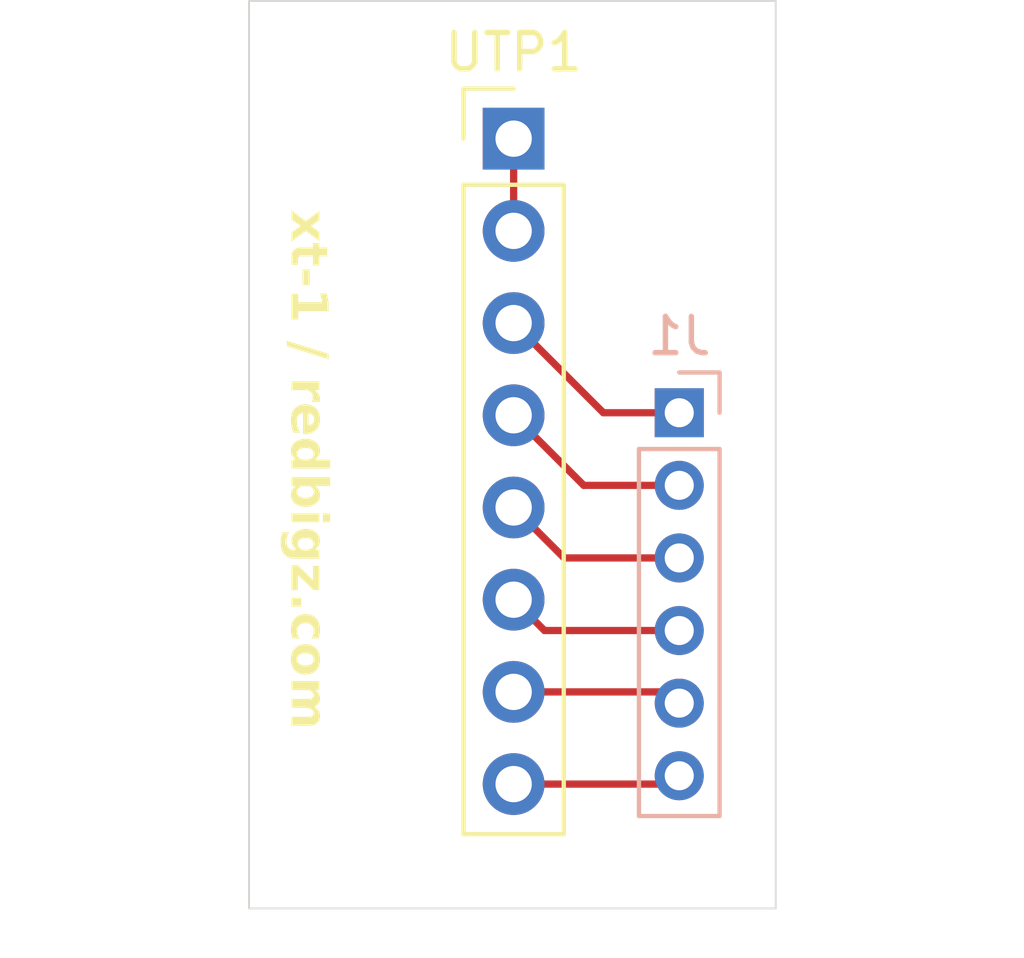
<source format=kicad_pcb>
(kicad_pcb (version 20241229) (generator "pcbnew") (generator_version "9.0")
  (layers (0 "F.Cu" signal) (2 "B.Cu" signal) (13 "F.Paste" user) (15 "B.Paste" user) (5 "F.SilkS" user "F.Silkscreen") (7 "B.SilkS" user "B.Silkscreen") (1 "F.Mask" user) (3 "B.Mask" user) (25 "Edge.Cuts" user))
  (net 0 "")
  (net 1 "Net-(J1-Pin_1)")
  (net 2 "Net-(J1-Pin_4)")
  (net 3 "Net-(J1-Pin_5)")
  (net 4 "Net-(J1-Pin_3)")
  (net 5 "Net-(J1-Pin_2)")
  (net 6 "Net-(J1-Pin_6)")
  (net 7 "Net-(UTP1-CONT-Pad1)")
  (footprint "MountingHole:MountingHole_2.2mm_M2" (layer "F.Cu") (at 10.125 34.625)
    (property "Reference" "REF**" (hide yes))
    (property "Value" "MountingHole_2.2mm_M2")
    (pad "" np_thru_hole circle (at 0 0) (size 2.2 2.2) (drill 2.2) (layers "*.Cu" "*.Mask"))
  )
  (footprint "MountingHole:MountingHole_2.2mm_M2" (layer "F.Cu") (at 10.125 14.875)
    (property "Reference" "REF**" (hide yes))
    (property "Value" "MountingHole_2.2mm_M2")
    (pad "" np_thru_hole circle (at 0 0) (size 2.2 2.2) (drill 2.2) (layers "*.Cu" "*.Mask"))
  )
  (footprint "MountingHole:MountingHole_2.2mm_M2" (layer "F.Cu") (at 19.375 14.875)
    (property "Reference" "REF**" (hide yes))
    (property "Value" "MountingHole_2.2mm_M2")
    (pad "" np_thru_hole circle (at 0 0) (size 2.2 2.2) (drill 2.2) (layers "*.Cu" "*.Mask"))
  )
  (footprint "Connector_PinHeader_2.54mm:PinHeader_1x08_P2.54mm_Vertical" (layer "F.Cu") (at 14.785 16.045)
    (property "Reference" "UTP1" (at 0 -2.38 0) (layer "F.SilkS"))
    (property "Value" "~")
    (fp_line (start -1.38 -1.38) (end 0 -1.38) (stroke (width 0.12)) (layer "F.SilkS"))
    (fp_line (start -1.38 0) (end -1.38 -1.38) (stroke (width 0.12)) (layer "F.SilkS"))
    (fp_line (start -1.38 1.27) (end -1.38 19.16) (stroke (width 0.12)) (layer "F.SilkS"))
    (fp_line (start -1.38 1.27) (end 1.38 1.27) (stroke (width 0.12)) (layer "F.SilkS"))
    (fp_line (start -1.38 19.16) (end 1.38 19.16) (stroke (width 0.12)) (layer "F.SilkS"))
    (fp_line (start 1.38 1.27) (end 1.38 19.16) (stroke (width 0.12)) (layer "F.SilkS"))
    (pad "1" thru_hole rect (at 0 0) (size 1.7 1.7) (drill 1) (layers "*.Cu" "*.Mask") (net 7 "Net-(UTP1-CONT-Pad1)"))
    (pad "2" thru_hole circle (at 0 2.54) (size 1.7 1.7) (drill 1) (layers "*.Cu" "*.Mask") (net 7 "Net-(UTP1-CONT-Pad1)"))
    (pad "3" thru_hole circle (at 0 5.08) (size 1.7 1.7) (drill 1) (layers "*.Cu" "*.Mask") (net 1 "Net-(J1-Pin_1)"))
    (pad "4" thru_hole circle (at 0 7.62) (size 1.7 1.7) (drill 1) (layers "*.Cu" "*.Mask") (net 5 "Net-(J1-Pin_2)"))
    (pad "5" thru_hole circle (at 0 10.16) (size 1.7 1.7) (drill 1) (layers "*.Cu" "*.Mask") (net 4 "Net-(J1-Pin_3)"))
    (pad "6" thru_hole circle (at 0 12.7) (size 1.7 1.7) (drill 1) (layers "*.Cu" "*.Mask") (net 2 "Net-(J1-Pin_4)"))
    (pad "7" thru_hole circle (at 0 15.24) (size 1.7 1.7) (drill 1) (layers "*.Cu" "*.Mask") (net 3 "Net-(J1-Pin_5)"))
    (pad "8" thru_hole circle (at 0 17.78) (size 1.7 1.7) (drill 1) (layers "*.Cu" "*.Mask") (net 6 "Net-(J1-Pin_6)"))
  )
  (footprint "Connector_PinHeader_2.00mm:PinHeader_1x06_P2.00mm_Vertical" (layer "B.Cu") (at 19.345 23.595 180)
    (property "Reference" "J1" (at 0 2.11 0) (layer "B.SilkS") (effects (justify mirror)))
    (property "Value" "Conn_01x06")
    (fp_line (start 1.11 -1) (end 1.11 -11.11) (stroke (width 0.12)) (layer "B.SilkS"))
    (fp_line (start -1.11 1.11) (end 0 1.11) (stroke (width 0.12)) (layer "B.SilkS"))
    (fp_line (start -1.11 0) (end -1.11 1.11) (stroke (width 0.12)) (layer "B.SilkS"))
    (fp_line (start -1.11 -1) (end 1.11 -1) (stroke (width 0.12)) (layer "B.SilkS"))
    (fp_line (start -1.11 -1) (end -1.11 -11.11) (stroke (width 0.12)) (layer "B.SilkS"))
    (fp_line (start -1.11 -11.11) (end 1.11 -11.11) (stroke (width 0.12)) (layer "B.SilkS"))
    (pad "1" thru_hole rect (at 0 0 180) (size 1.35 1.35) (drill 0.8) (layers "*.Cu" "*.Mask") (net 1 "Net-(J1-Pin_1)"))
    (pad "2" thru_hole circle (at 0 -2 180) (size 1.35 1.35) (drill 0.8) (layers "*.Cu" "*.Mask") (net 5 "Net-(J1-Pin_2)"))
    (pad "3" thru_hole circle (at 0 -4 180) (size 1.35 1.35) (drill 0.8) (layers "*.Cu" "*.Mask") (net 4 "Net-(J1-Pin_3)"))
    (pad "4" thru_hole circle (at 0 -6 180) (size 1.35 1.35) (drill 0.8) (layers "*.Cu" "*.Mask") (net 2 "Net-(J1-Pin_4)"))
    (pad "5" thru_hole circle (at 0 -8 180) (size 1.35 1.35) (drill 0.8) (layers "*.Cu" "*.Mask") (net 3 "Net-(J1-Pin_5)"))
    (pad "6" thru_hole circle (at 0 -10 180) (size 1.35 1.35) (drill 0.8) (layers "*.Cu" "*.Mask") (net 6 "Net-(J1-Pin_6)"))
  )
  (gr_rect (start 7.5 12.25) (end 22 37.25) (stroke (width 0.05)) (fill no) (layer "Edge.Cuts"))
  (gr_text "xt-1 / redbigz.com" (at 8.5 18 270) (layer "F.SilkS") (effects (font (size 1 1) (thickness 0.25) (bold yes)) (justify left bottom)))
  (segment (start 17.255 23.595) (end 19.345 23.595) (width 0.2) (layer "F.Cu") (net 1))
  (segment (start 14.785 21.125) (end 17.255 23.595) (width 0.2) (layer "F.Cu") (net 1))
  (segment (start 15.635 29.595) (end 19.345 29.595) (width 0.2) (layer "F.Cu") (net 2))
  (segment (start 14.785 28.745) (end 15.635 29.595) (width 0.2) (layer "F.Cu") (net 2))
  (segment (start 14.785 31.285) (end 19.035 31.285) (width 0.2) (layer "F.Cu") (net 3))
  (segment (start 19.035 31.285) (end 19.345 31.595) (width 0.2) (layer "F.Cu") (net 3))
  (segment (start 16.175 27.595) (end 19.345 27.595) (width 0.2) (layer "F.Cu") (net 4))
  (segment (start 14.785 26.205) (end 14.785 26.922106) (width 0.2) (layer "F.Cu") (net 4))
  (segment (start 14.785 26.205) (end 16.175 27.595) (width 0.2) (layer "F.Cu") (net 4))
  (segment (start 16.715 25.595) (end 19.345 25.595) (width 0.2) (layer "F.Cu") (net 5))
  (segment (start 14.785 23.665) (end 16.715 25.595) (width 0.2) (layer "F.Cu") (net 5))
  (segment (start 14.785 33.825) (end 19.115 33.825) (width 0.2) (layer "F.Cu") (net 6))
  (segment (start 19.115 33.825) (end 19.345 33.595) (width 0.2) (layer "F.Cu") (net 6))
  (segment (start 14.785 18.585) (end 14.785 16.045) (width 0.2) (layer "F.Cu") (net 7))
)
</source>
